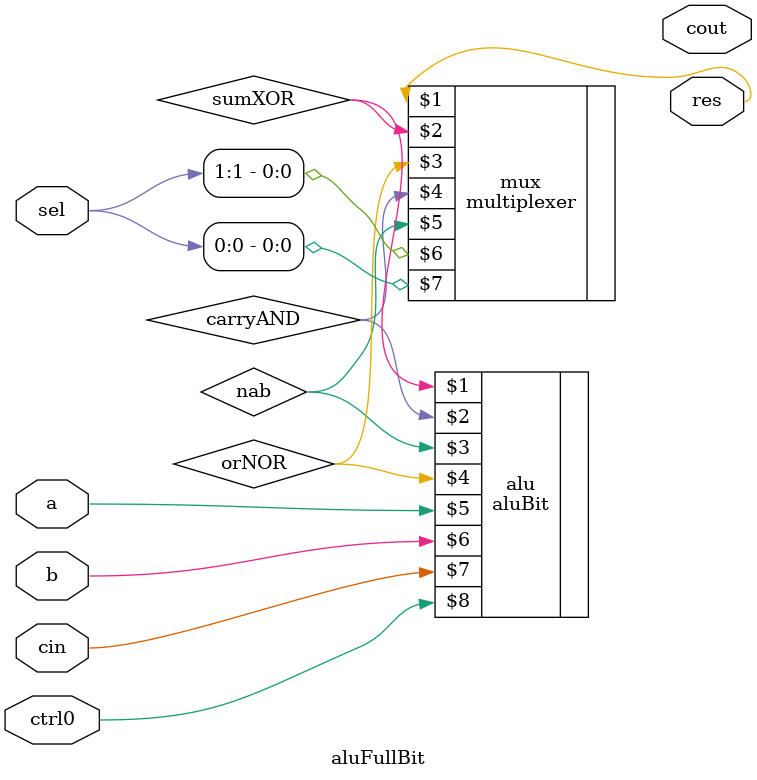
<source format=v>

`include "aluBit.v"
`include "mux.v"

module aluFullBit
(
  output res,
  output cout,
  input a,
  input b,
  input cin,
  input ctrl0,
  input[1:0] sel
);

  wire sumXOR, carryAND, nab, orNOR;
  aluBit alu (sumXOR, carryAND, nab, orNOR, a, b, cin, ctrl0);

  multiplexer mux (res, sumXOR, orNOR, carryAND, nab, sel[1], sel[0]);

endmodule

</source>
